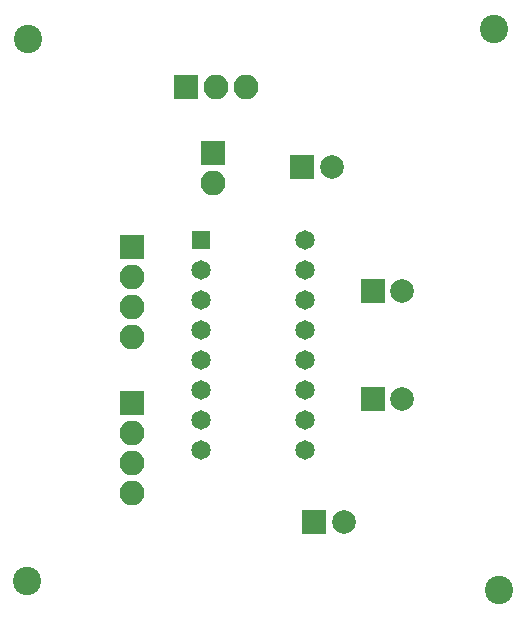
<source format=gbr>
G04 #@! TF.FileFunction,Soldermask,Top*
%FSLAX46Y46*%
G04 Gerber Fmt 4.6, Leading zero omitted, Abs format (unit mm)*
G04 Created by KiCad (PCBNEW 4.0.6) date 02/24/20 13:55:30*
%MOMM*%
%LPD*%
G01*
G04 APERTURE LIST*
%ADD10C,0.100000*%
%ADD11C,2.400000*%
%ADD12R,2.000000X2.000000*%
%ADD13C,2.000000*%
%ADD14R,2.100000X2.100000*%
%ADD15O,2.100000X2.100000*%
%ADD16R,1.650000X1.650000*%
%ADD17C,1.650000*%
G04 APERTURE END LIST*
D10*
D11*
X159867600Y-87655400D03*
X120396000Y-88468200D03*
X120294400Y-134416800D03*
D12*
X143637000Y-99314000D03*
D13*
X146137000Y-99314000D03*
D12*
X149606000Y-109855000D03*
D13*
X152106000Y-109855000D03*
D12*
X149606000Y-118999000D03*
D13*
X152106000Y-118999000D03*
D12*
X144653000Y-129413000D03*
D13*
X147153000Y-129413000D03*
D14*
X136067800Y-98120200D03*
D15*
X136067800Y-100660200D03*
D14*
X129184400Y-106146600D03*
D15*
X129184400Y-108686600D03*
X129184400Y-111226600D03*
X129184400Y-113766600D03*
D14*
X133807200Y-92557600D03*
D15*
X136347200Y-92557600D03*
X138887200Y-92557600D03*
D14*
X129184400Y-119303800D03*
D15*
X129184400Y-121843800D03*
X129184400Y-124383800D03*
X129184400Y-126923800D03*
D16*
X135046000Y-105537000D03*
D17*
X135046000Y-108077000D03*
X135046000Y-110617000D03*
X135046000Y-113157000D03*
X135046000Y-115697000D03*
X135046000Y-118237000D03*
X135046000Y-120777000D03*
X135046000Y-123317000D03*
X143846000Y-123317000D03*
X143846000Y-120777000D03*
X143846000Y-118237000D03*
X143846000Y-115697000D03*
X143846000Y-113157000D03*
X143846000Y-110617000D03*
X143846000Y-108077000D03*
X143846000Y-105537000D03*
D11*
X160248600Y-135153400D03*
M02*

</source>
